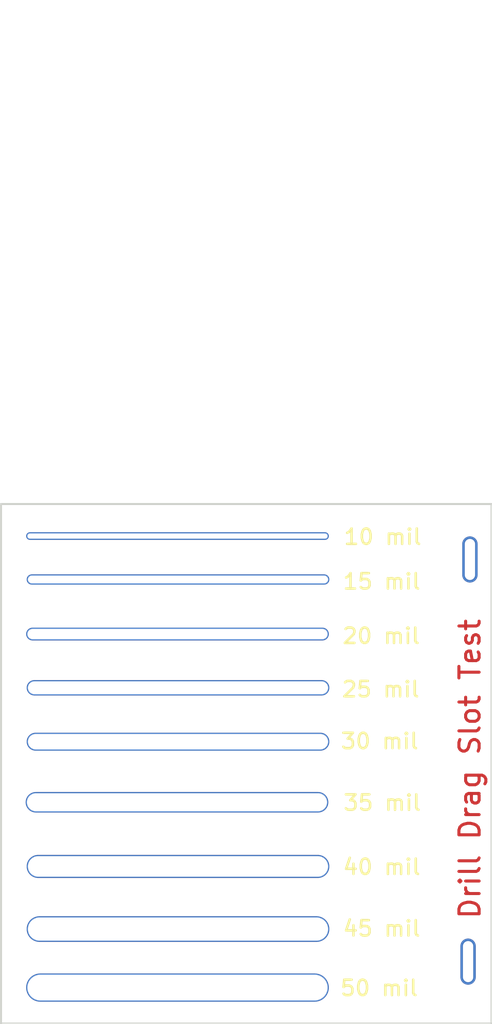
<source format=kicad_pcb>
(kicad_pcb (version 20210126) (generator pcbnew)
  (layers (0 "F.Cu" signal) (31 "B.Cu" signal) (34 "B.Paste" user) (35 "F.Paste" user) (36 "B.SilkS" user) (37 "F.SilkS" user) (38 "B.Mask" user) (39 "F.Mask" user) (44 "Edge.Cuts" user))
  (net 0 "")
  (footprint "MountingHole:MountingHole_2.5mm_Pad" (layer "F.Cu") (at 120.7008 79.0194)
    (fp_text reference "REF**" hide)
    (fp_text value "drag drill" hide)
    (pad "1" thru_hole oval (at 0.0254 -0.1016) (size 14.986 1.143) (drill oval 14.859 1.016) (layers *.Cu *.Mask))
  )
  (footprint "MountingHole:MountingHole_2.5mm_Pad" (layer "F.Cu") (at 120.7008 70.1802)
    (fp_text reference "REF**" hide)
    (fp_text value "drag drill" hide)
    (pad "1" thru_hole oval (at 0.0254 -0.1016) (size 14.986 0.762) (drill oval 14.859 0.635) (layers *.Cu *.Mask))
  )
  (footprint "MountingHole:MountingHole_2.5mm_Pad" (layer "F.Cu") (at 120.6754 85.0138)
    (fp_text reference "REF**" hide)
    (fp_text value "drag drill" hide)
    (pad "1" thru_hole oval (at 0.0254 -0.1016) (size 14.986 1.397) (drill oval 14.859 1.27) (layers *.Cu *.Mask))
  )
  (footprint "MountingHole:MountingHole_2.5mm_Pad" (layer "F.Cu") (at 120.7008 82.1182)
    (fp_text reference "REF**" hide)
    (fp_text value "drag drill" hide)
    (pad "1" thru_hole oval (at 0.0254 -0.1016) (size 14.986 1.27) (drill oval 14.859 1.143) (layers *.Cu *.Mask))
  )
  (footprint "MountingHole:MountingHole_2.5mm_Pad" (layer "F.Cu") (at 120.6754 67.52155)
    (fp_text reference "REF**" hide)
    (fp_text value "drag drill" hide)
    (pad "1" thru_hole oval (at 0.0254 -0.1016) (size 14.986 0.635) (drill oval 14.859 0.508) (layers *.Cu *.Mask))
  )
  (footprint "MountingHole:MountingHole_2.5mm_Pad" (layer "F.Cu") (at 120.65 75.8444)
    (fp_text reference "REF**" hide)
    (fp_text value "drag drill" hide)
    (pad "1" thru_hole oval (at 0.0254 -0.1016) (size 14.986 1.016) (drill oval 14.859 0.889) (layers *.Cu *.Mask))
  )
  (footprint "MountingHole:MountingHole_2.5mm_Pad" (layer "F.Cu") (at 120.7008 72.8472)
    (fp_text reference "REF**" hide)
    (fp_text value "drag drill" hide)
    (pad "1" thru_hole oval (at 0.0254 -0.1016) (size 14.986 0.889) (drill oval 14.859 0.762) (layers *.Cu *.Mask))
  )
  (footprint "MountingHole:MountingHole_2.5mm_Pad" (layer "F.Cu") (at 119.5578 60.5643)
    (fp_text reference "REF**" hide)
    (fp_text value "drag drill" hide)
    (pad "1" thru_hole oval (at 1.143 2.0066) (size 14.986 0.381) (drill oval 14.859 0.254) (layers *.Cu *.Mask))
  )
  (footprint "MountingHole:MountingHole_2.5mm_Pad" (layer "F.Cu") (at 134.5692 36.2966 90)
    (fp_text reference "REF**" hide)
    (fp_text value "drag drill" hide)
    (pad "1" thru_hole oval (at -27.432 0.6096 90) (size 2.286 0.762) (drill oval 2.032 0.508) (layers *.Cu *.Mask))
  )
  (footprint "MountingHole:MountingHole_2.5mm_Pad" (layer "F.Cu") (at 119.5832 62.7126)
    (fp_text reference "REF**" hide)
    (fp_text value "drag drill" hide)
    (pad "1" thru_hole oval (at 1.143 2.0066) (size 14.986 0.508) (drill oval 14.859 0.381) (layers *.Cu *.Mask))
  )
  (footprint "MountingHole:MountingHole_2.5mm_Pad" (layer "F.Cu") (at 134.4783 56.1955 90)
    (fp_text reference "REF**" hide)
    (fp_text value "drag drill" hide)
    (pad "1" thru_hole oval (at -27.432 0.6096 90) (size 2.286 0.762) (drill oval 2.032 0.508) (layers *.Cu *.Mask))
  )
  (gr_rect (start 111.9632 60.9854) (end 136.2456 86.6902) (layer "Edge.Cuts") (width 0.1) (fill none))
  (gr_text "Drill Drag Slot Test" (at 135.1788 74.0918 90) (layer "F.Cu") (effects (font (size 1 1))))
  (gr_text "50 mil" (at 130.683 84.9376) (layer "F.SilkS") (effects (font (size 0.762 0.762) (thickness 0.127))))
  (gr_text "25 mil" (at 130.7592 70.1548) (layer "F.SilkS") (effects (font (size 0.762 0.762) (thickness 0.127))))
  (gr_text "45 mil" (at 130.81 81.9912) (layer "F.SilkS") (effects (font (size 0.762 0.762) (thickness 0.127))))
  (gr_text "15 mil" (at 130.81 64.8208) (layer "F.SilkS") (effects (font (size 0.762 0.762) (thickness 0.127))))
  (gr_text "40 mil" (at 130.81 78.9432) (layer "F.SilkS") (effects (font (size 0.762 0.762) (thickness 0.127))))
  (gr_text "20 mil" (at 130.7846 67.5132) (layer "F.SilkS") (effects (font (size 0.762 0.762) (thickness 0.127))))
  (gr_text "30 mil" (at 130.7084 72.7202) (layer "F.SilkS") (effects (font (size 0.762 0.762) (thickness 0.127))))
  (gr_text "35 mil" (at 130.8354 75.7682) (layer "F.SilkS") (effects (font (size 0.762 0.762) (thickness 0.127))))
  (gr_text "10 mil" (at 130.8608 62.611) (layer "F.SilkS") (effects (font (size 0.762 0.762) (thickness 0.127))))
)
</source>
